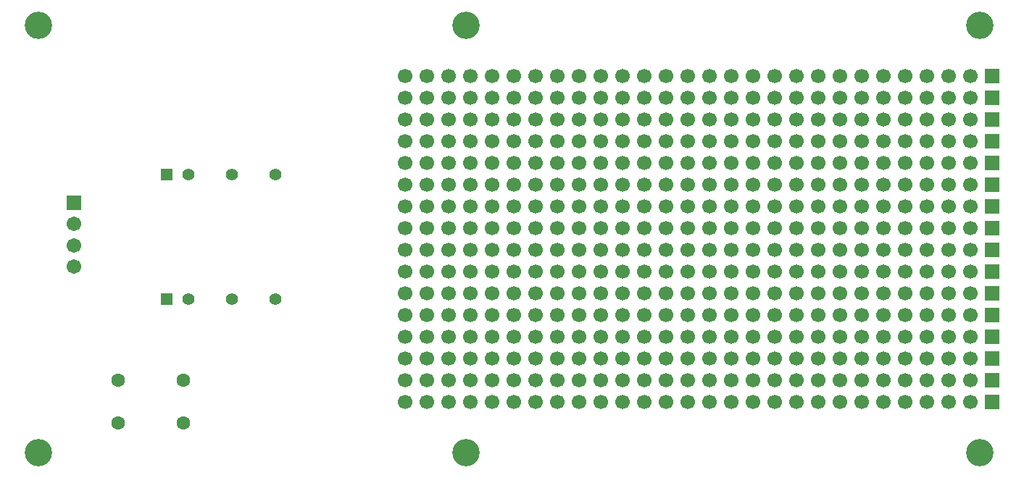
<source format=gbs>
%TF.GenerationSoftware,KiCad,Pcbnew,9.0.4*%
%TF.CreationDate,2025-11-06T05:12:52+09:00*%
%TF.ProjectId,CAN_Isolation,43414e5f-4973-46f6-9c61-74696f6e2e6b,Ver.1.1*%
%TF.SameCoordinates,Original*%
%TF.FileFunction,Soldermask,Bot*%
%TF.FilePolarity,Negative*%
%FSLAX46Y46*%
G04 Gerber Fmt 4.6, Leading zero omitted, Abs format (unit mm)*
G04 Created by KiCad (PCBNEW 9.0.4) date 2025-11-06 05:12:52*
%MOMM*%
%LPD*%
G01*
G04 APERTURE LIST*
G04 Aperture macros list*
%AMRoundRect*
0 Rectangle with rounded corners*
0 $1 Rounding radius*
0 $2 $3 $4 $5 $6 $7 $8 $9 X,Y pos of 4 corners*
0 Add a 4 corners polygon primitive as box body*
4,1,4,$2,$3,$4,$5,$6,$7,$8,$9,$2,$3,0*
0 Add four circle primitives for the rounded corners*
1,1,$1+$1,$2,$3*
1,1,$1+$1,$4,$5*
1,1,$1+$1,$6,$7*
1,1,$1+$1,$8,$9*
0 Add four rect primitives between the rounded corners*
20,1,$1+$1,$2,$3,$4,$5,0*
20,1,$1+$1,$4,$5,$6,$7,0*
20,1,$1+$1,$6,$7,$8,$9,0*
20,1,$1+$1,$8,$9,$2,$3,0*%
G04 Aperture macros list end*
%ADD10C,3.200000*%
%ADD11R,1.700000X1.700000*%
%ADD12C,1.700000*%
%ADD13RoundRect,0.102000X-0.754000X0.754000X-0.754000X-0.754000X0.754000X-0.754000X0.754000X0.754000X0*%
%ADD14C,1.712000*%
%ADD15C,1.600000*%
%ADD16R,1.397000X1.397000*%
%ADD17C,1.397000*%
G04 APERTURE END LIST*
D10*
%TO.C,REF\u002A\u002A*%
X143657095Y-72794905D03*
%TD*%
D11*
%TO.C,J6*%
X205157095Y-88934905D03*
D12*
X202617095Y-88934905D03*
X200077095Y-88934905D03*
X197537095Y-88934905D03*
X194997095Y-88934905D03*
X192457095Y-88934905D03*
X189917095Y-88934905D03*
X187377095Y-88934905D03*
X184837095Y-88934905D03*
X182297095Y-88934905D03*
X179757095Y-88934905D03*
X177217095Y-88934905D03*
X174677095Y-88934905D03*
X172137095Y-88934905D03*
X169597095Y-88934905D03*
X167057095Y-88934905D03*
X164517095Y-88934905D03*
X161977095Y-88934905D03*
X159437095Y-88934905D03*
X156897095Y-88934905D03*
X154357095Y-88934905D03*
X151817095Y-88934905D03*
X149277095Y-88934905D03*
X146737095Y-88934905D03*
X144197095Y-88934905D03*
X141657095Y-88934905D03*
X139117095Y-88934905D03*
X136577095Y-88934905D03*
%TD*%
D10*
%TO.C,REF\u002A\u002A*%
X93657095Y-122794905D03*
%TD*%
D11*
%TO.C,J3*%
X205157095Y-81314905D03*
D12*
X202617095Y-81314905D03*
X200077095Y-81314905D03*
X197537095Y-81314905D03*
X194997095Y-81314905D03*
X192457095Y-81314905D03*
X189917095Y-81314905D03*
X187377095Y-81314905D03*
X184837095Y-81314905D03*
X182297095Y-81314905D03*
X179757095Y-81314905D03*
X177217095Y-81314905D03*
X174677095Y-81314905D03*
X172137095Y-81314905D03*
X169597095Y-81314905D03*
X167057095Y-81314905D03*
X164517095Y-81314905D03*
X161977095Y-81314905D03*
X159437095Y-81314905D03*
X156897095Y-81314905D03*
X154357095Y-81314905D03*
X151817095Y-81314905D03*
X149277095Y-81314905D03*
X146737095Y-81314905D03*
X144197095Y-81314905D03*
X141657095Y-81314905D03*
X139117095Y-81314905D03*
X136577095Y-81314905D03*
%TD*%
D13*
%TO.C,J1*%
X97857095Y-93544905D03*
D14*
X97857095Y-96044905D03*
X97857095Y-98544905D03*
X97857095Y-101044905D03*
%TD*%
D11*
%TO.C,J8*%
X205157095Y-94014905D03*
D12*
X202617095Y-94014905D03*
X200077095Y-94014905D03*
X197537095Y-94014905D03*
X194997095Y-94014905D03*
X192457095Y-94014905D03*
X189917095Y-94014905D03*
X187377095Y-94014905D03*
X184837095Y-94014905D03*
X182297095Y-94014905D03*
X179757095Y-94014905D03*
X177217095Y-94014905D03*
X174677095Y-94014905D03*
X172137095Y-94014905D03*
X169597095Y-94014905D03*
X167057095Y-94014905D03*
X164517095Y-94014905D03*
X161977095Y-94014905D03*
X159437095Y-94014905D03*
X156897095Y-94014905D03*
X154357095Y-94014905D03*
X151817095Y-94014905D03*
X149277095Y-94014905D03*
X146737095Y-94014905D03*
X144197095Y-94014905D03*
X141657095Y-94014905D03*
X139117095Y-94014905D03*
X136577095Y-94014905D03*
%TD*%
D10*
%TO.C,REF\u002A\u002A*%
X203657095Y-122794905D03*
%TD*%
D11*
%TO.C,J11*%
X205157095Y-101634905D03*
D12*
X202617095Y-101634905D03*
X200077095Y-101634905D03*
X197537095Y-101634905D03*
X194997095Y-101634905D03*
X192457095Y-101634905D03*
X189917095Y-101634905D03*
X187377095Y-101634905D03*
X184837095Y-101634905D03*
X182297095Y-101634905D03*
X179757095Y-101634905D03*
X177217095Y-101634905D03*
X174677095Y-101634905D03*
X172137095Y-101634905D03*
X169597095Y-101634905D03*
X167057095Y-101634905D03*
X164517095Y-101634905D03*
X161977095Y-101634905D03*
X159437095Y-101634905D03*
X156897095Y-101634905D03*
X154357095Y-101634905D03*
X151817095Y-101634905D03*
X149277095Y-101634905D03*
X146737095Y-101634905D03*
X144197095Y-101634905D03*
X141657095Y-101634905D03*
X139117095Y-101634905D03*
X136577095Y-101634905D03*
%TD*%
D11*
%TO.C,J17*%
X205157095Y-116874905D03*
D12*
X202617095Y-116874905D03*
X200077095Y-116874905D03*
X197537095Y-116874905D03*
X194997095Y-116874905D03*
X192457095Y-116874905D03*
X189917095Y-116874905D03*
X187377095Y-116874905D03*
X184837095Y-116874905D03*
X182297095Y-116874905D03*
X179757095Y-116874905D03*
X177217095Y-116874905D03*
X174677095Y-116874905D03*
X172137095Y-116874905D03*
X169597095Y-116874905D03*
X167057095Y-116874905D03*
X164517095Y-116874905D03*
X161977095Y-116874905D03*
X159437095Y-116874905D03*
X156897095Y-116874905D03*
X154357095Y-116874905D03*
X151817095Y-116874905D03*
X149277095Y-116874905D03*
X146737095Y-116874905D03*
X144197095Y-116874905D03*
X141657095Y-116874905D03*
X139117095Y-116874905D03*
X136577095Y-116874905D03*
%TD*%
D11*
%TO.C,J15*%
X205157095Y-111794905D03*
D12*
X202617095Y-111794905D03*
X200077095Y-111794905D03*
X197537095Y-111794905D03*
X194997095Y-111794905D03*
X192457095Y-111794905D03*
X189917095Y-111794905D03*
X187377095Y-111794905D03*
X184837095Y-111794905D03*
X182297095Y-111794905D03*
X179757095Y-111794905D03*
X177217095Y-111794905D03*
X174677095Y-111794905D03*
X172137095Y-111794905D03*
X169597095Y-111794905D03*
X167057095Y-111794905D03*
X164517095Y-111794905D03*
X161977095Y-111794905D03*
X159437095Y-111794905D03*
X156897095Y-111794905D03*
X154357095Y-111794905D03*
X151817095Y-111794905D03*
X149277095Y-111794905D03*
X146737095Y-111794905D03*
X144197095Y-111794905D03*
X141657095Y-111794905D03*
X139117095Y-111794905D03*
X136577095Y-111794905D03*
%TD*%
D11*
%TO.C,J13*%
X205157095Y-106714905D03*
D12*
X202617095Y-106714905D03*
X200077095Y-106714905D03*
X197537095Y-106714905D03*
X194997095Y-106714905D03*
X192457095Y-106714905D03*
X189917095Y-106714905D03*
X187377095Y-106714905D03*
X184837095Y-106714905D03*
X182297095Y-106714905D03*
X179757095Y-106714905D03*
X177217095Y-106714905D03*
X174677095Y-106714905D03*
X172137095Y-106714905D03*
X169597095Y-106714905D03*
X167057095Y-106714905D03*
X164517095Y-106714905D03*
X161977095Y-106714905D03*
X159437095Y-106714905D03*
X156897095Y-106714905D03*
X154357095Y-106714905D03*
X151817095Y-106714905D03*
X149277095Y-106714905D03*
X146737095Y-106714905D03*
X144197095Y-106714905D03*
X141657095Y-106714905D03*
X139117095Y-106714905D03*
X136577095Y-106714905D03*
%TD*%
D15*
%TO.C,R12*%
X103037095Y-114294905D03*
X110657095Y-114294905D03*
%TD*%
D11*
%TO.C,J16*%
X205157095Y-114334905D03*
D12*
X202617095Y-114334905D03*
X200077095Y-114334905D03*
X197537095Y-114334905D03*
X194997095Y-114334905D03*
X192457095Y-114334905D03*
X189917095Y-114334905D03*
X187377095Y-114334905D03*
X184837095Y-114334905D03*
X182297095Y-114334905D03*
X179757095Y-114334905D03*
X177217095Y-114334905D03*
X174677095Y-114334905D03*
X172137095Y-114334905D03*
X169597095Y-114334905D03*
X167057095Y-114334905D03*
X164517095Y-114334905D03*
X161977095Y-114334905D03*
X159437095Y-114334905D03*
X156897095Y-114334905D03*
X154357095Y-114334905D03*
X151817095Y-114334905D03*
X149277095Y-114334905D03*
X146737095Y-114334905D03*
X144197095Y-114334905D03*
X141657095Y-114334905D03*
X139117095Y-114334905D03*
X136577095Y-114334905D03*
%TD*%
D11*
%TO.C,J7*%
X205157095Y-91474905D03*
D12*
X202617095Y-91474905D03*
X200077095Y-91474905D03*
X197537095Y-91474905D03*
X194997095Y-91474905D03*
X192457095Y-91474905D03*
X189917095Y-91474905D03*
X187377095Y-91474905D03*
X184837095Y-91474905D03*
X182297095Y-91474905D03*
X179757095Y-91474905D03*
X177217095Y-91474905D03*
X174677095Y-91474905D03*
X172137095Y-91474905D03*
X169597095Y-91474905D03*
X167057095Y-91474905D03*
X164517095Y-91474905D03*
X161977095Y-91474905D03*
X159437095Y-91474905D03*
X156897095Y-91474905D03*
X154357095Y-91474905D03*
X151817095Y-91474905D03*
X149277095Y-91474905D03*
X146737095Y-91474905D03*
X144197095Y-91474905D03*
X141657095Y-91474905D03*
X139117095Y-91474905D03*
X136577095Y-91474905D03*
%TD*%
D11*
%TO.C,J10*%
X205157095Y-99094905D03*
D12*
X202617095Y-99094905D03*
X200077095Y-99094905D03*
X197537095Y-99094905D03*
X194997095Y-99094905D03*
X192457095Y-99094905D03*
X189917095Y-99094905D03*
X187377095Y-99094905D03*
X184837095Y-99094905D03*
X182297095Y-99094905D03*
X179757095Y-99094905D03*
X177217095Y-99094905D03*
X174677095Y-99094905D03*
X172137095Y-99094905D03*
X169597095Y-99094905D03*
X167057095Y-99094905D03*
X164517095Y-99094905D03*
X161977095Y-99094905D03*
X159437095Y-99094905D03*
X156897095Y-99094905D03*
X154357095Y-99094905D03*
X151817095Y-99094905D03*
X149277095Y-99094905D03*
X146737095Y-99094905D03*
X144197095Y-99094905D03*
X141657095Y-99094905D03*
X139117095Y-99094905D03*
X136577095Y-99094905D03*
%TD*%
D10*
%TO.C,REF\u002A\u002A*%
X143657095Y-122794905D03*
%TD*%
%TO.C,REF\u002A\u002A*%
X203657095Y-72794905D03*
%TD*%
D16*
%TO.C,U3*%
X108680095Y-90270905D03*
D17*
X111220095Y-90270905D03*
X116300095Y-90270905D03*
X121380095Y-90270905D03*
%TD*%
D16*
%TO.C,U4*%
X108680095Y-104770905D03*
D17*
X111220095Y-104770905D03*
X116300095Y-104770905D03*
X121380095Y-104770905D03*
%TD*%
D11*
%TO.C,J9*%
X205157095Y-96554905D03*
D12*
X202617095Y-96554905D03*
X200077095Y-96554905D03*
X197537095Y-96554905D03*
X194997095Y-96554905D03*
X192457095Y-96554905D03*
X189917095Y-96554905D03*
X187377095Y-96554905D03*
X184837095Y-96554905D03*
X182297095Y-96554905D03*
X179757095Y-96554905D03*
X177217095Y-96554905D03*
X174677095Y-96554905D03*
X172137095Y-96554905D03*
X169597095Y-96554905D03*
X167057095Y-96554905D03*
X164517095Y-96554905D03*
X161977095Y-96554905D03*
X159437095Y-96554905D03*
X156897095Y-96554905D03*
X154357095Y-96554905D03*
X151817095Y-96554905D03*
X149277095Y-96554905D03*
X146737095Y-96554905D03*
X144197095Y-96554905D03*
X141657095Y-96554905D03*
X139117095Y-96554905D03*
X136577095Y-96554905D03*
%TD*%
D15*
%TO.C,R11*%
X110657095Y-119294905D03*
X103037095Y-119294905D03*
%TD*%
D10*
%TO.C,REF\u002A\u002A*%
X93657095Y-72794905D03*
%TD*%
D11*
%TO.C,J2*%
X205157095Y-78774905D03*
D12*
X202617095Y-78774905D03*
X200077095Y-78774905D03*
X197537095Y-78774905D03*
X194997095Y-78774905D03*
X192457095Y-78774905D03*
X189917095Y-78774905D03*
X187377095Y-78774905D03*
X184837095Y-78774905D03*
X182297095Y-78774905D03*
X179757095Y-78774905D03*
X177217095Y-78774905D03*
X174677095Y-78774905D03*
X172137095Y-78774905D03*
X169597095Y-78774905D03*
X167057095Y-78774905D03*
X164517095Y-78774905D03*
X161977095Y-78774905D03*
X159437095Y-78774905D03*
X156897095Y-78774905D03*
X154357095Y-78774905D03*
X151817095Y-78774905D03*
X149277095Y-78774905D03*
X146737095Y-78774905D03*
X144197095Y-78774905D03*
X141657095Y-78774905D03*
X139117095Y-78774905D03*
X136577095Y-78774905D03*
%TD*%
D11*
%TO.C,J5*%
X205157095Y-86394905D03*
D12*
X202617095Y-86394905D03*
X200077095Y-86394905D03*
X197537095Y-86394905D03*
X194997095Y-86394905D03*
X192457095Y-86394905D03*
X189917095Y-86394905D03*
X187377095Y-86394905D03*
X184837095Y-86394905D03*
X182297095Y-86394905D03*
X179757095Y-86394905D03*
X177217095Y-86394905D03*
X174677095Y-86394905D03*
X172137095Y-86394905D03*
X169597095Y-86394905D03*
X167057095Y-86394905D03*
X164517095Y-86394905D03*
X161977095Y-86394905D03*
X159437095Y-86394905D03*
X156897095Y-86394905D03*
X154357095Y-86394905D03*
X151817095Y-86394905D03*
X149277095Y-86394905D03*
X146737095Y-86394905D03*
X144197095Y-86394905D03*
X141657095Y-86394905D03*
X139117095Y-86394905D03*
X136577095Y-86394905D03*
%TD*%
D11*
%TO.C,J14*%
X205157095Y-109254905D03*
D12*
X202617095Y-109254905D03*
X200077095Y-109254905D03*
X197537095Y-109254905D03*
X194997095Y-109254905D03*
X192457095Y-109254905D03*
X189917095Y-109254905D03*
X187377095Y-109254905D03*
X184837095Y-109254905D03*
X182297095Y-109254905D03*
X179757095Y-109254905D03*
X177217095Y-109254905D03*
X174677095Y-109254905D03*
X172137095Y-109254905D03*
X169597095Y-109254905D03*
X167057095Y-109254905D03*
X164517095Y-109254905D03*
X161977095Y-109254905D03*
X159437095Y-109254905D03*
X156897095Y-109254905D03*
X154357095Y-109254905D03*
X151817095Y-109254905D03*
X149277095Y-109254905D03*
X146737095Y-109254905D03*
X144197095Y-109254905D03*
X141657095Y-109254905D03*
X139117095Y-109254905D03*
X136577095Y-109254905D03*
%TD*%
D11*
%TO.C,J4*%
X205157095Y-83854905D03*
D12*
X202617095Y-83854905D03*
X200077095Y-83854905D03*
X197537095Y-83854905D03*
X194997095Y-83854905D03*
X192457095Y-83854905D03*
X189917095Y-83854905D03*
X187377095Y-83854905D03*
X184837095Y-83854905D03*
X182297095Y-83854905D03*
X179757095Y-83854905D03*
X177217095Y-83854905D03*
X174677095Y-83854905D03*
X172137095Y-83854905D03*
X169597095Y-83854905D03*
X167057095Y-83854905D03*
X164517095Y-83854905D03*
X161977095Y-83854905D03*
X159437095Y-83854905D03*
X156897095Y-83854905D03*
X154357095Y-83854905D03*
X151817095Y-83854905D03*
X149277095Y-83854905D03*
X146737095Y-83854905D03*
X144197095Y-83854905D03*
X141657095Y-83854905D03*
X139117095Y-83854905D03*
X136577095Y-83854905D03*
%TD*%
D11*
%TO.C,J12*%
X205157095Y-104174905D03*
D12*
X202617095Y-104174905D03*
X200077095Y-104174905D03*
X197537095Y-104174905D03*
X194997095Y-104174905D03*
X192457095Y-104174905D03*
X189917095Y-104174905D03*
X187377095Y-104174905D03*
X184837095Y-104174905D03*
X182297095Y-104174905D03*
X179757095Y-104174905D03*
X177217095Y-104174905D03*
X174677095Y-104174905D03*
X172137095Y-104174905D03*
X169597095Y-104174905D03*
X167057095Y-104174905D03*
X164517095Y-104174905D03*
X161977095Y-104174905D03*
X159437095Y-104174905D03*
X156897095Y-104174905D03*
X154357095Y-104174905D03*
X151817095Y-104174905D03*
X149277095Y-104174905D03*
X146737095Y-104174905D03*
X144197095Y-104174905D03*
X141657095Y-104174905D03*
X139117095Y-104174905D03*
X136577095Y-104174905D03*
%TD*%
M02*

</source>
